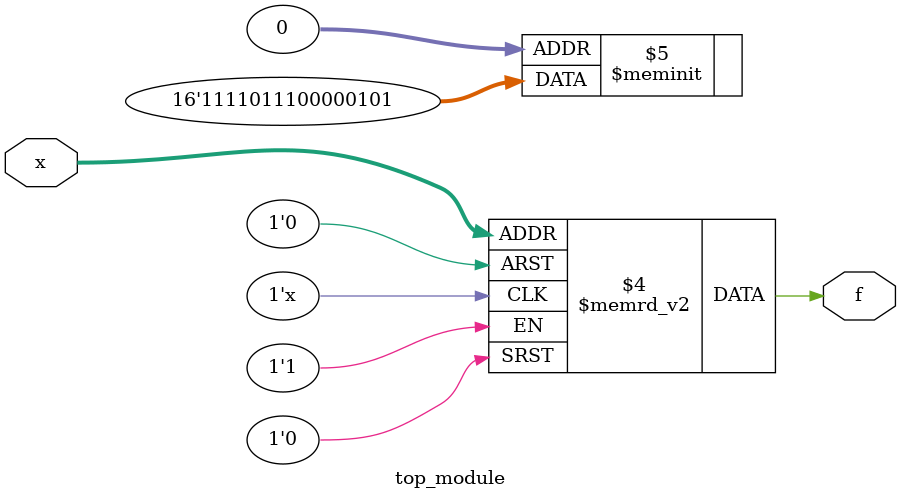
<source format=sv>
module top_module (
	input [4:1] x,
	output logic f
);

    always_comb begin
        case (x)
            4'b0000: f = 1;
            4'b0001: f = 0;
            4'b0011: f = 0;
            4'b0010: f = 1;
            4'b0100: f = 0;
            4'b0101: f = 0;
            4'b0111: f = 0;
            4'b0110: f = 0;
            4'b1100: f = 1;
            4'b1101: f = 1;
            4'b1111: f = 1;
            4'b1110: f = 1;
            4'b1000: f = 1;
            4'b1001: f = 1;
            4'b1011: f = 0;
            4'b1010: f = 1;
            default: f = 0;
        endcase
    end

endmodule

</source>
